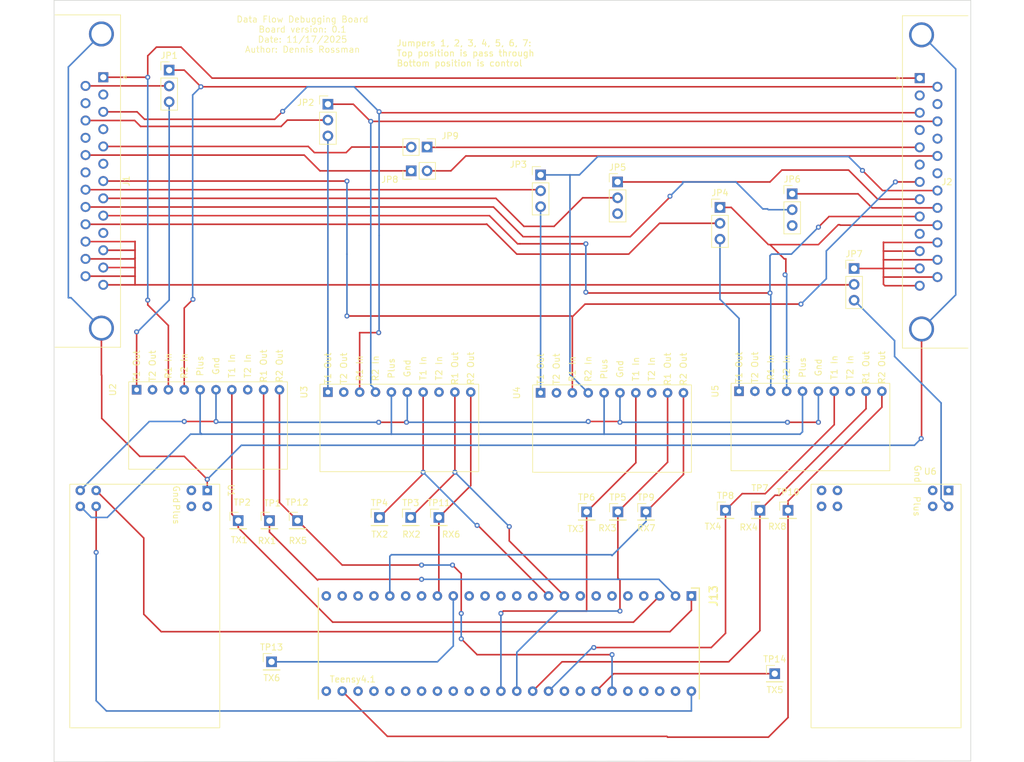
<source format=kicad_pcb>
(kicad_pcb (version 20240108) (generator "pcbnew") (generator_version "8.0")
  (title_block (title "DataFlow2.0") (date "2024-11-10") (rev "Rev0.1") (company "Innovion") (comment 1 "Second attempt at making a PCB") (comment 4 "Author: Dennis Rossman"))
  (layers (0 "F.Cu" signal) (31 "B.Cu" signal) (34 "B.Paste" user) (35 "F.Paste" user) (36 "B.SilkS" user "B.Silkscreen") (37 "F.SilkS" user "F.Silkscreen") (38 "B.Mask" user) (39 "F.Mask" user) (44 "Edge.Cuts" user))
  (net 0 "")
  (net 1 "/RX1")
  (net 2 "Net-(J1-P23)")
  (net 3 "/TX1")
  (net 5 "/RX2")
  (net 6 "/TX2")
  (net 7 "/RX6")
  (net 8 "/RX5")
  (net 9 "Net-(U2-R1_In)")
  (net 10 "/TX5")
  (net 11 "/RX4")
  (net 12 "/TX4")
  (net 13 "/RX3")
  (net 14 "/TX3")
  (net 33 "Net-(J1-P16)")
  (net 47 "Net-(JP9-B)")
  (net 51 "Net-(U3-R1_In)")
  (net 52 "Net-(J1-P22)")
  (net 55 "Net-(JP5-C)")
  (net 56 "Net-(J1-P14)")
  (net 57 "GND")
  (net 58 "Net-(J1-P20)")
  (net 60 "Net-(J1-P18)")
  (net 61 "Net-(U4-R1_In)")
  (net 64 "Net-(U5-R1_In)")
  (net 65 "Net-(J1-P21)")
  (net 66 "Net-(J2-P23)")
  (net 68 "Net-(J2-P22)")
  (net 70 "Net-(JP5-A)")
  (net 71 "Net-(J2-P14)")
  (net 75 "Net-(JP9-A)")
  (net 77 "Net-(J2-P21)")
  (net 78 "Net-(J2-P18)")
  (net 79 "Net-(J2-P20)")
  (net 80 "Net-(J2-P16)")
  (net 81 "Net-(J13-Pad48)")
  (net 82 "Net-(U5-R2_Out)")
  (net 83 "Net-(J13-Pad16)")
  (net 84 "Net-(J13-Pad1)")
  (net 85 "Net-(U4-R2_Out)")
  (net 86 "Net-(JP1-B)")
  (net 87 "Net-(JP2-B)")
  (net 88 "Net-(JP3-B)")
  (net 89 "Net-(JP4-B)")
  (net 92 "Net-(JP7-B)")
  (net 95 "Net-(U2-3-5.5V)")
  (net 97 "Net-(U2-GND)")
  (footprint "Connector_PinHeader_2.54mm:PinHeader_1x03_P2.54mm_Vertical" (layer "F.Cu") (at 111.379 42.164)
    (property "Reference" "JP5")
    (property "Value" "Jumper_3_Bridged12" (hide yes))
  )
  (footprint "Connector_PinHeader_2.54mm:PinHeader_1x01_P2.54mm_Vertical" (layer "F.Cu") (at 115.926 94.996)
    (property "Reference" "TP9")
    (property "Value" "RX7")
  )
  (footprint "Misc:PowerPal" (layer "F.Cu") (at 164.338 91.567 -90)
    (property "Reference" "U6")
    (property "Value" "Power")
  )
  (footprint "Connector_PinHeader_2.54mm:PinHeader_1x03_P2.54mm_Vertical" (layer "F.Cu") (at 39.624 24.257)
    (property "Reference" "JP1")
    (property "Value" "Jumper3" (hide yes))
  )
  (footprint "Connector_PinHeader_2.54mm:PinHeader_1x01_P2.54mm_Vertical" (layer "F.Cu") (at 138.651 94.742)
    (property "Reference" "TP10")
    (property "Value" "RX8")
  )
  (footprint "Misc:Max3232" (layer "F.Cu") (at 99.06 75.931 90)
    (property "Reference" "U4")
    (property "Value" "~")
  )
  (footprint "Connector_PinHeader_2.54mm:PinHeader_1x03_P2.54mm_Vertical" (layer "F.Cu") (at 127.762 46.243)
    (property "Reference" "JP4")
    (property "Value" "Jumper3" (hide yes))
  )
  (footprint "Connector_PinHeader_2.54mm:PinHeader_1x01_P2.54mm_Vertical" (layer "F.Cu") (at 50.673 96.393)
    (property "Reference" "TP2")
    (property "Value" "TX1")
  )
  (footprint "Connector_Dsub:DSUB-25_Male_Horizontal_P2.77x2.84mm_EdgePinOffset4.94mm_Housed_MountingHolesOffset7.48mm" (layer "F.Cu") (at 29.083 25.4 -90)
    (property "Reference" "J1")
    (property "Value" "DB25_Plug_MountingHoles_Male")
  )
  (footprint "Connector_Dsub:DSUB-25_Female_Horizontal_P2.77x2.84mm_EdgePinOffset4.94mm_Housed_MountingHolesOffset7.48mm" (layer "F.Cu") (at 159.72 25.539 90)
    (property "Reference" "J2")
    (property "Value" "DB25_Receptacle_MountingHoles_Female")
  )
  (footprint "Connector_PinHeader_2.54mm:PinHeader_1x01_P2.54mm_Vertical" (layer "F.Cu") (at 55.673 96.393)
    (property "Reference" "TP1")
    (property "Value" "RX1")
  )
  (footprint "Connector_PinHeader_2.54mm:PinHeader_1x01_P2.54mm_Vertical" (layer "F.Cu") (at 78.279 95.885)
    (property "Reference" "TP3")
    (property "Value" "RX2")
  )
  (footprint "Misc:PowerPal" (layer "F.Cu") (at 45.72 91.567 -90)
    (property "Reference" "U1")
    (property "Value" "Power")
  )
  (footprint "Connector_PinHeader_2.54mm:PinHeader_1x01_P2.54mm_Vertical" (layer "F.Cu") (at 82.779 95.885)
    (property "Reference" "TP11")
    (property "Value" "RX6")
  )
  (footprint "110-43-648-41-001000:DIPS1524W51P254L6096H419Q48N" (layer "F.Cu") (at 123.19 108.458 -90)
    (property "Reference" "J13")
    (property "Value" "110-43-648-41-001000" (hide yes))
  )
  (footprint "Connector_PinHeader_2.54mm:PinHeader_1x01_P2.54mm_Vertical" (layer "F.Cu") (at 136.525 120.904)
    (property "Reference" "TP14")
    (property "Value" "TX5")
  )
  (footprint "Misc:Max3232" (layer "F.Cu") (at 34.417 75.438 90)
    (property "Reference" "U2")
    (property "Value" "~")
  )
  (footprint "Connector_PinHeader_2.54mm:PinHeader_1x01_P2.54mm_Vertical" (layer "F.Cu") (at 111.426 94.996)
    (property "Reference" "TP5")
    (property "Value" "RX3")
  )
  (footprint "Connector_PinHeader_2.54mm:PinHeader_1x02_P2.54mm_Vertical" (layer "F.Cu") (at 80.899 36.576 -90)
    (property "Reference" "JP9")
    (property "Value" "Jumper_2_Bridged" (hide yes))
  )
  (footprint "Misc:Max3232" (layer "F.Cu") (at 130.81 75.677 90)
    (property "Reference" "U5")
    (property "Value" "~")
  )
  (footprint "Connector_PinHeader_2.54mm:PinHeader_1x03_P2.54mm_Vertical" (layer "F.Cu") (at 65.024 29.718)
    (property "Reference" "JP2")
    (property "Value" "Jumper_3_Bridged12" (hide yes))
  )
  (footprint "Connector_PinHeader_2.54mm:PinHeader_1x01_P2.54mm_Vertical" (layer "F.Cu") (at 60.173 96.393)
    (property "Reference" "TP12")
    (property "Value" "RX5")
  )
  (footprint "Connector_PinHeader_2.54mm:PinHeader_1x01_P2.54mm_Vertical" (layer "F.Cu") (at 134.151 94.742)
    (property "Reference" "TP7")
    (property "Value" "RX4")
  )
  (footprint "Connector_PinHeader_2.54mm:PinHeader_1x01_P2.54mm_Vertical" (layer "F.Cu") (at 56.007 118.999)
    (property "Reference" "TP13")
    (property "Value" "TX6")
  )
  (footprint "Connector_PinHeader_2.54mm:PinHeader_1x02_P2.54mm_Vertical" (layer "F.Cu") (at 78.359 40.386 90)
    (property "Reference" "JP8")
    (property "Value" "Jumper_2_Bridged" (hide yes))
  )
  (footprint "Connector_PinHeader_2.54mm:PinHeader_1x01_P2.54mm_Vertical" (layer "F.Cu") (at 128.651 94.742)
    (property "Reference" "TP8")
    (property "Value" "TX4")
  )
  (footprint "Connector_PinHeader_2.54mm:PinHeader_1x03_P2.54mm_Vertical" (layer "F.Cu") (at 139.319 44.069)
    (property "Reference" "JP6")
    (property "Value" "Jumper_3_Bridged12" (hide yes))
  )
  (footprint "Misc:Max3232" (layer "F.Cu") (at 65.024 75.819 90)
    (property "Reference" "U3")
    (property "Value" "~")
  )
  (footprint "Connector_PinHeader_2.54mm:PinHeader_1x03_P2.54mm_Vertical" (layer "F.Cu") (at 149.225 56.022)
    (property "Reference" "JP7")
    (property "Value" "Jumper_3_Bridged12" (hide yes))
  )
  (footprint "Connector_PinHeader_2.54mm:PinHeader_1x01_P2.54mm_Vertical" (layer "F.Cu") (at 73.279 95.885)
    (property "Reference" "TP4")
    (property "Value" "TX2")
  )
  (footprint "Connector_PinHeader_2.54mm:PinHeader_1x03_P2.54mm_Vertical" (layer "F.Cu") (at 99.06 41.036)
    (property "Reference" "JP3")
    (property "Value" "Jumper3" (hide yes))
  )
  (footprint "Connector_PinHeader_2.54mm:PinHeader_1x01_P2.54mm_Vertical" (layer "F.Cu") (at 106.426 94.996)
    (property "Reference" "TP6")
    (property "Value" "TX3")
  )
  (gr_line (start 21.209 135.001) (end 167.894 134.874) (stroke (width 0.1)) (layer "Edge.Cuts"))
  (gr_line (start 21.209 13.081) (end 167.894 13.081) (stroke (width 0.1)) (layer "Edge.Cuts"))
  (gr_line (start 21.209 13.081) (end 21.209 135.001) (stroke (width 0.1)) (layer "Edge.Cuts"))
  (gr_line (start 167.894 13.081) (end 167.894 134.874) (stroke (width 0.1)) (layer "Edge.Cuts"))
  (gr_text "RX7" (at 114.427 98.171 0) (layer "F.SilkS") (effects (font (size 1 1)) (justify left bottom)))
  (gr_text "RX3" (at 108.204 98.171 0) (layer "F.SilkS") (effects (font (size 1 1)) (justify left bottom)))
  (gr_text "TX6" (at 54.61 122.174 0) (layer "F.SilkS") (effects (font (size 1 1)) (justify left bottom)))
  (gr_text "RX8" (at 135.382 97.917 0) (layer "F.SilkS") (effects (font (size 1 1)) (justify left bottom)))
  (gr_text "TX1" (at 49.403 100.076 0) (layer "F.SilkS") (effects (font (size 1 1)) (justify left bottom)))
  (gr_text "Teensy4.1" (at 69 121.793 0) (layer "F.SilkS") (effects (font (size 1 1))))
  (gr_text "TX3" (at 103.251 98.298 0) (layer "F.SilkS") (effects (font (size 1 1)) (justify left bottom)))
  (gr_text "Data Flow Debugging Board\nBoard version: 0.1\nDate: 11/17/2025\nAuthor: Dennis Rossman" (at 60.96 18.542 0) (layer "F.SilkS") (effects (font (size 1 1) (thickness 0.125))))
  (gr_text "RX2" (at 76.835 99.187 0) (layer "F.SilkS") (effects (font (size 1 1)) (justify left bottom)))
  (gr_text "TX5" (at 135.128 124.079 0) (layer "F.SilkS") (effects (font (size 1 1)) (justify left bottom)))
  (gr_text "RX4" (at 130.81 98.044 0) (layer "F.SilkS") (effects (font (size 1 1)) (justify left bottom)))
  (gr_text "RX5" (at 58.674 100.203 0) (layer "F.SilkS") (effects (font (size 1 1)) (justify left bottom)))
  (gr_text "RX1" (at 53.721 100.203 0) (layer "F.SilkS") (effects (font (size 1 1)) (justify left bottom)))
  (gr_text "Jumpers 1, 2, 3, 4, 5, 6, 7:\nTop position is pass through\nBottom position is control" (at 75.946 23.749 0) (layer "F.SilkS") (effects (font (size 1 1)) (justify left bottom)))
  (gr_text "TX2" (at 71.882 99.187 0) (layer "F.SilkS") (effects (font (size 1 1)) (justify left bottom)))
  (gr_text "TX4" (at 125.222 97.917 0) (layer "F.SilkS") (effects (font (size 1 1)) (justify left bottom)))
  (gr_text "RX6" (at 83.185 99.187 0) (layer "F.SilkS") (effects (font (size 1 1)) (justify left bottom)))
  (segment (start 63.5 105.791) (end 63.373 105.918) (width 0.254) (layer "F.Cu") (net 1))
  (segment (start 55.673 96.393) (end 55.673 98.218) (width 0.254) (layer "F.Cu") (net 1))
  (segment (start 54.737 75.438) (end 54.737 95.457) (width 0.254) (layer "F.Cu") (net 1))
  (segment (start 54.737 95.457) (end 55.673 96.393) (width 0.254) (layer "F.Cu") (net 1))
  (segment (start 80.01 105.791) (end 63.5 105.791) (width 0.254) (layer "F.Cu") (net 1))
  (segment (start 55.673 98.218) (end 63.373 105.918) (width 0.254) (layer "F.Cu") (net 1))
  (via (at 80.01 105.791) (size 0.8) (drill 0.4) (layers "F.Cu" "B.Cu") (net 1))
  (segment (start 117.983 105.791) (end 120.65 108.458) (width 0.254) (layer "B.Cu") (net 1))
  (segment (start 80.01 105.791) (end 117.983 105.791) (width 0.254) (layer "B.Cu") (net 1))
  (segment (start 34.141 57.255) (end 34.163 57.277) (width 0.254) (layer "F.Cu") (net 2))
  (segment (start 29.083 53.1) (end 34.149 53.1) (width 0.254) (layer "F.Cu") (net 2))
  (segment (start 149.147 58.64) (end 149.225 58.562) (width 0.254) (layer "F.Cu") (net 2))
  (segment (start 29.083 55.87) (end 34.153 55.87) (width 0.254) (layer "F.Cu") (net 2))
  (segment (start 34.153 55.87) (end 34.163 55.88) (width 0.254) (layer "F.Cu") (net 2))
  (segment (start 34.149 53.1) (end 34.163 53.086) (width 0.254) (layer "F.Cu") (net 2))
  (segment (start 34.163 58.64) (end 149.147 58.64) (width 0.254) (layer "F.Cu") (net 2))
  (segment (start 34.163 55.88) (end 34.163 57.277) (width 0.254) (layer "F.Cu") (net 2))
  (segment (start 29.083 58.64) (end 34.163 58.64) (width 0.254) (layer "F.Cu") (net 2))
  (segment (start 34.163 51.689) (end 34.163 53.086) (width 0.254) (layer "F.Cu") (net 2))
  (segment (start 34.137 51.715) (end 34.163 51.689) (width 0.254) (layer "F.Cu") (net 2))
  (segment (start 34.163 54.356) (end 34.163 55.88) (width 0.254) (layer "F.Cu") (net 2))
  (segment (start 26.243 57.255) (end 34.141 57.255) (width 0.254) (layer "F.Cu") (net 2))
  (segment (start 26.243 54.485) (end 34.034 54.485) (width 0.254) (layer "F.Cu") (net 2))
  (segment (start 34.163 57.277) (end 34.163 58.64) (width 0.254) (layer "F.Cu") (net 2))
  (segment (start 34.163 53.086) (end 34.163 54.356) (width 0.254) (layer "F.Cu") (net 2))
  (segment (start 34.034 54.485) (end 34.163 54.356) (width 0.254) (layer "F.Cu") (net 2))
  (segment (start 26.243 51.715) (end 34.137 51.715) (width 0.254) (layer "F.Cu") (net 2))
  (segment (start 49.657 95.377) (end 50.673 96.393) (width 0.254) (layer "F.Cu") (net 3))
  (segment (start 49.657 75.438) (end 49.657 95.377) (width 0.254) (layer "F.Cu") (net 3))
  (segment (start 50.673 96.393) (end 50.673 97.536) (width 0.254) (layer "F.Cu") (net 3))
  (segment (start 50.673 97.536) (end 65.786 112.649) (width 0.254) (layer "F.Cu") (net 3))
  (segment (start 113.919 112.649) (end 118.11 108.458) (width 0.254) (layer "F.Cu") (net 3))
  (segment (start 65.786 112.649) (end 113.919 112.649) (width 0.254) (layer "F.Cu") (net 3))
  (segment (start 85.344 88.82) (end 78.279 95.885) (width 0.254) (layer "F.Cu") (net 5))
  (segment (start 94.0435 99.6315) (end 102.87 108.458) (width 0.254) (layer "F.Cu") (net 5))
  (segment (start 85.344 75.819) (end 85.344 88.646) (width 0.254) (layer "F.Cu") (net 5))
  (segment (start 94.0435 97.3455) (end 94.0435 99.6315) (width 0.254) (layer "F.Cu") (net 5))
  (segment (start 85.344 88.646) (end 85.344 88.82) (width 0.254) (layer "F.Cu") (net 5))
  (via (at 94.0435 97.3455) (size 0.8) (drill 0.4) (layers "F.Cu" "B.Cu") (net 5))
  (via (at 85.344 88.646) (size 0.8) (drill 0.4) (layers "F.Cu" "B.Cu") (net 5))
  (segment (start 85.344 88.646) (end 94.0435 97.3455) (width 0.254) (layer "B.Cu") (net 5))
  (segment (start 94.0435 97.3455) (end 94.107 97.409) (width 0.254) (layer "B.Cu") (net 5))
  (segment (start 88.9 97.155) (end 89.027 97.155) (width 0.254) (layer "F.Cu") (net 6))
  (segment (start 80.264 88.646) (end 80.264 88.9) (width 0.254) (layer "F.Cu") (net 6))
  (segment (start 80.264 88.9) (end 73.279 95.885) (width 0.254) (layer "F.Cu") (net 6))
  (segment (start 89.027 97.155) (end 100.33 108.458) (width 0.254) (layer "F.Cu") (net 6))
  (segment (start 80.264 75.819) (end 80.264 88.646) (width 0.254) (layer "F.Cu") (net 6))
  (via (at 88.9 97.155) (size 0.8) (drill 0.4) (layers "F.Cu" "B.Cu") (net 6))
  (via (at 80.264 88.646) (size 0.8) (drill 0.4) (layers "F.Cu" "B.Cu") (net 6))
  (segment (start 88.773 97.155) (end 88.9 97.155) (width 0.254) (layer "B.Cu") (net 6))
  (segment (start 80.264 88.646) (end 88.773 97.155) (width 0.254) (layer "B.Cu") (net 6))
  (segment (start 87.884 90.78) (end 82.779 95.885) (width 0.254) (layer "F.Cu") (net 7))
  (segment (start 82.779 108.229) (end 82.55 108.458) (width 0.254) (layer "F.Cu") (net 7))
  (segment (start 87.884 75.819) (end 87.884 90.78) (width 0.254) (layer "F.Cu") (net 7))
  (segment (start 82.779 95.885) (end 82.779 108.229) (width 0.254) (layer "F.Cu") (net 7))
  (segment (start 57.277 93.497) (end 60.173 96.393) (width 0.254) (layer "F.Cu") (net 8))
  (segment (start 86.36 115.316) (end 88.9 117.856) (width 0.254) (layer "F.Cu") (net 8))
  (segment (start 60.173 96.393) (end 60.198 96.393) (width 0.254) (layer "F.Cu") (net 8))
  (segment (start 57.277 75.438) (end 57.277 93.497) (width 0.254) (layer "F.Cu") (net 8))
  (segment (start 67.31 103.505) (end 80.01 103.505) (width 0.254) (layer "F.Cu") (net 8))
  (segment (start 86.36 109.728) (end 86.36 111.252) (width 0.254) (layer "F.Cu") (net 8))
  (segment (start 60.198 96.393) (end 67.31 103.505) (width 0.254) (layer "F.Cu") (net 8))
  (segment (start 86.36 104.902) (end 86.36 109.728) (width 0.254) (layer "F.Cu") (net 8))
  (segment (start 84.963 103.505) (end 86.36 104.902) (width 0.254) (layer "F.Cu") (net 8))
  (segment (start 110.49 117.856) (end 88.9 117.856) (width 0.254) (layer "F.Cu") (net 8))
  (via (at 86.36 111.252) (size 0.8) (drill 0.4) (layers "F.Cu" "B.Cu") (net 8))
  (via (at 110.49 117.856) (size 0.8) (drill 0.4) (layers "F.Cu" "B.Cu") (net 8))
  (via (at 80.01 103.505) (size 0.8) (drill 0.4) (layers "F.Cu" "B.Cu") (net 8))
  (via (at 86.36 115.316) (size 0.8) (drill 0.4) (layers "F.Cu" "B.Cu") (net 8))
  (via (at 84.963 103.505) (size 0.8) (drill 0.4) (layers "F.Cu" "B.Cu") (net 8))
  (segment (start 86.36 111.252) (end 86.36 115.316) (width 0.254) (layer "B.Cu") (net 8))
  (segment (start 80.01 103.505) (end 84.963 103.505) (width 0.254) (layer "B.Cu") (net 8))
  (segment (start 110.49 123.698) (end 110.49 117.856) (width 0.254) (layer "B.Cu") (net 8))
  (segment (start 110.49 117.856) (end 110.49 117.729) (width 0.254) (layer "B.Cu") (net 8))
  (segment (start 39.497 65.151) (end 39.497 75.438) (width 0.254) (layer "F.Cu") (net 9))
  (segment (start 159.72 25.539) (end 46.494 25.539) (width 0.254) (layer "F.Cu") (net 9))
  (segment (start 37.592 20.574) (end 36.195 21.971) (width 0.254) (layer "F.Cu") (net 9))
  (segment (start 36.195 25.4) (end 29.083 25.4) (width 0.254) (layer "F.Cu") (net 9))
  (segment (start 36.195 21.971) (end 36.195 25.4) (width 0.254) (layer "F.Cu") (net 9))
  (segment (start 36.195 61.849) (end 39.497 65.151) (width 0.254) (layer "F.Cu") (net 9))
  (segment (start 46.494 25.539) (end 41.529 20.574) (width 0.254) (layer "F.Cu") (net 9))
  (segment (start 41.529 20.574) (end 37.592 20.574) (width 0.254) (layer "F.Cu") (net 9))
  (segment (start 36.195 61.087) (end 36.195 61.849) (width 0.254) (layer "F.Cu") (net 9))
  (via (at 36.195 61.087) (size 0.8) (drill 0.4) (layers "F.Cu" "B.Cu") (net 9))
  (via (at 36.195 25.4) (size 0.8) (drill 0.4) (layers "F.Cu" "B.Cu") (net 9))
  (segment (start 36.195 25.4) (end 36.195 61.087) (width 0.254) (layer "B.Cu") (net 9))
  (segment (start 110.744 120.904) (end 107.95 123.698) (width 0.254) (layer "F.Cu") (net 10))
  (segment (start 136.525 120.904) (end 110.744 120.904) (width 0.254) (layer "F.Cu") (net 10))
  (segment (start 129.159 118.999) (end 134.151 114.007) (width 0.254) (layer "F.Cu") (net 11))
  (segment (start 137.287 92.329) (end 136.564 92.329) (width 0.254) (layer "F.Cu") (net 11))
  (segment (start 102.489 118.999) (end 129.159 118.999) (width 0.254) (layer "F.Cu") (net 11))
  (segment (start 151.13 75.677) (end 151.13 78.486) (width 0.254) (layer "F.Cu") (net 11))
  (segment (start 136.564 92.329) (end 134.151 94.742) (width 0.254) (layer "F.Cu") (net 11))
  (segment (start 97.79 123.698) (end 102.489 118.999) (width 0.254) (layer "F.Cu") (net 11))
  (segment (start 134.151 114.007) (end 134.151 94.742) (width 0.254) (layer "F.Cu") (net 11))
  (segment (start 151.13 78.486) (end 137.287 92.329) (width 0.254) (layer "F.Cu") (net 11))
  (segment (start 128.651 114.427) (end 128.651 94.742) (width 0.254) (layer "F.Cu") (net 12))
  (segment (start 146.05 81.026) (end 135.001 92.075) (width 0.254) (layer "F.Cu") (net 12))
  (segment (start 107.569 116.713) (end 126.365 116.713) (width 0.254) (layer "F.Cu") (net 12))
  (segment (start 135.001 92.075) (end 131.318 92.075) (width 0.254) (layer "F.Cu") (net 12))
  (segment (start 131.318 92.075) (end 128.651 94.742) (width 0.254) (layer "F.Cu") (net 12))
  (segment (start 146.05 75.677) (end 146.05 81.026) (width 0.254) (layer "F.Cu") (net 12))
  (segment (start 126.365 116.713) (end 128.651 114.427) (width 0.254) (layer "F.Cu") (net 12))
  (via (at 107.569 116.713) (size 0.8) (drill 0.4) (layers "F.Cu" "B.Cu") (net 12))
  (segment (start 107.569 116.713) (end 107.315 116.713) (width 0.254) (layer "B.Cu") (net 12))
  (segment (start 107.315 116.713) (end 100.33 123.698) (width 0.254) (layer "B.Cu") (net 12))
  (segment (start 111.76 105.918) (end 111.76 110.871) (width 0.254) (layer "F.Cu") (net 13))
  (segment (start 111.426 94.996) (end 111.426 105.584) (width 0.254) (layer "F.Cu") (net 13))
  (segment (start 111.426 105.584) (end 111.76 105.918) (width 0.254) (layer "F.Cu") (net 13))
  (segment (start 119.38 75.931) (end 119.38 87.042) (width 0.254) (layer "F.Cu") (net 13))
  (segment (start 119.38 87.042) (end 111.426 94.996) (width 0.254) (layer "F.Cu") (net 13))
  (via (at 111.76 110.871) (size 0.8) (drill 0.4) (layers "F.Cu" "B.Cu") (net 13))
  (segment (start 95.25 123.698) (end 95.25 117.475) (width 0.254) (layer "B.Cu") (net 13))
  (segment (start 95.25 117.475) (end 101.854 110.871) (width 0.254) (layer "B.Cu") (net 13))
  (segment (start 101.854 110.871) (end 111.76 110.871) (width 0.254) (layer "B.Cu") (net 13))
  (segment (start 106.426 110.871) (end 93.091 110.871) (width 0.254) (layer "F.Cu") (net 14))
  (segment (start 114.3 87.122) (end 106.426 94.996) (width 0.254) (layer "F.Cu") (net 14))
  (segment (start 93.091 110.871) (end 92.71 111.252) (width 0.254) (layer "F.Cu") (net 14))
  (segment (start 114.3 75.931) (end 114.3 87.122) (width 0.254) (layer "F.Cu") (net 14))
  (segment (start 106.426 94.996) (end 106.426 110.871) (width 0.254) (layer "F.Cu") (net 14))
  (via (at 92.71 111.252) (size 0.8) (drill 0.4) (layers "F.Cu" "B.Cu") (net 14))
  (segment (start 92.71 111.252) (end 92.71 111.125) (width 0.254) (layer "B.Cu") (net 14))
  (segment (start 92.71 123.698) (end 92.71 111.252) (width 0.254) (layer "B.Cu") (net 14))
  (segment (start 64.957 32.325) (end 65.024 32.258) (width 0.254) (layer "F.Cu") (net 33))
  (segment (start 34.103 32.325) (end 35.052 33.274) (width 0.254) (layer "F.Cu") (net 33))
  (segment (start 57.531 33.274) (end 58.547 32.258) (width 0.254) (layer "F.Cu") (net 33))
  (segment (start 35.052 33.274) (end 57.531 33.274) (width 0.254) (layer "F.Cu") (net 33))
  (segment (start 26.243 32.325) (end 34.103 32.325) (width 0.254) (layer "F.Cu") (net 33))
  (segment (start 58.547 32.258) (end 65.024 32.258) (width 0.254) (layer "F.Cu") (net 33))
  (segment (start 29.083 36.48) (end 61.88 36.48) (width 0.254) (layer "F.Cu") (net 47))
  (segment (start 67.945 37.465) (end 68.834 36.576) (width 0.254) (layer "F.Cu") (net 47))
  (segment (start 61.88 36.48) (end 62.865 37.465) (width 0.254) (layer "F.Cu") (net 47))
  (segment (start 68.834 36.576) (end 78.359 36.576) (width 0.254) (layer "F.Cu") (net 47))
  (segment (start 62.865 37.465) (end 67.945 37.465) (width 0.254) (layer "F.Cu") (net 47))
  (segment (start 57.785 30.861) (end 56.515 32.131) (width 0.254) (layer "F.Cu") (net 51))
  (segment (start 70.104 75.819) (end 70.104 66.294) (width 0.254) (layer "F.Cu") (net 51))
  (segment (start 35.687 32.131) (end 34.496 30.94) (width 0.254) (layer "F.Cu") (net 51))
  (segment (start 34.496 30.94) (end 29.083 30.94) (width 0.254) (layer "F.Cu") (net 51))
  (segment (start 70.104 66.294) (end 73.152 66.294) (width 0.254) (layer "F.Cu") (net 51))
  (segment (start 159.72 31.079) (end 73.37 31.079) (width 0.254) (layer "F.Cu") (net 51))
  (segment (start 73.37 31.079) (end 73.2155 30.9245) (width 0.254) (layer "F.Cu") (net 51))
  (segment (start 56.515 32.131) (end 35.687 32.131) (width 0.254) (layer "F.Cu") (net 51))
  (segment (start 73.2155 30.9245) (end 73.152 30.861) (width 0.254) (layer "F.Cu") (net 51))
  (via (at 73.152 66.294) (size 0.8) (drill 0.4) (layers "F.Cu" "B.Cu") (net 51))
  (via (at 73.2155 30.9245) (size 0.8) (drill 0.4) (layers "F.Cu" "B.Cu") (net 51))
  (via (at 57.785 30.861) (size 0.8) (drill 0.4) (layers "F.Cu" "B.Cu") (net 51))
  (segment (start 73.2155 30.9245) (end 73.2155 50.7365) (width 0.254) (layer "B.Cu") (net 51))
  (segment (start 73.2155 50.7365) (end 73.2155 66.2305) (width 0.254) (layer "B.Cu") (net 51))
  (segment (start 73.2155 30.9245) (end 69.215 26.924) (width 0.254) (layer "B.Cu") (net 51))
  (segment (start 61.722 26.924) (end 57.785 30.861) (width 0.254) (layer "B.Cu") (net 51))
  (segment (start 69.215 26.924) (end 61.722 26.924) (width 0.254) (layer "B.Cu") (net 51))
  (segment (start 73.2155 66.2305) (end 73.152 66.294) (width 0.254) (layer "B.Cu") (net 51))
  (segment (start 26.243 48.945) (end 90.374 48.945) (width 0.254) (layer "F.Cu") (net 52))
  (segment (start 90.424 48.895) (end 95.25 53.721) (width 0.254) (layer "F.Cu") (net 52))
  (segment (start 95.25 53.721) (end 113.157 53.721) (width 0.254) (layer "F.Cu") (net 52))
  (segment (start 90.374 48.945) (end 90.424 48.895) (width 0.254) (layer "F.Cu") (net 52))
  (segment (start 113.157 53.721) (end 118.095 48.783) (width 0.254) (layer "F.Cu") (net 52))
  (segment (start 118.095 48.783) (end 127.762 48.783) (width 0.254) (layer "F.Cu") (net 52))
  (segment (start 96.393 49.276) (end 101.219 49.276) (width 0.254) (layer "F.Cu") (net 55))
  (segment (start 105.791 44.704) (end 111.379 44.704) (width 0.254) (layer "F.Cu") (net 55))
  (segment (start 29.083 44.79) (end 91.907 44.79) (width 0.254) (layer "F.Cu") (net 55))
  (segment (start 101.219 49.276) (end 105.791 44.704) (width 0.254) (layer "F.Cu") (net 55))
  (segment (start 91.907 44.79) (end 96.393 49.276) (width 0.254) (layer "F.Cu") (net 55))
  (segment (start 26.243 26.785) (end 39.612 26.785) (width 0.254) (layer "F.Cu") (net 56))
  (segment (start 39.612 26.785) (end 39.624 26.797) (width 0.254) (layer "F.Cu") (net 56))
  (segment (start 160.02 83.185) (end 159.9565 83.2485) (width 0.254) (layer "F.Cu") (net 57))
  (segment (start 28.829 80.01) (end 34.925 86.106) (width 0.254) (layer "F.Cu") (net 57))
  (segment (start 28.783 65.57) (end 28.783 73.077737) (width 0.254) (layer "F.Cu") (net 57))
  (segment (start 28.829 73.123737) (end 28.829 80.01) (width 0.254) (layer "F.Cu") (net 57))
  (segment (start 45.72 89.789) (end 45.72 91.567) (width 0.254) (layer "F.Cu") (net 57))
  (segment (start 160.02 65.709) (end 160.02 83.185) (width 0.254) (layer "F.Cu") (net 57))
  (segment (start 42.037 86.106) (end 45.72 89.789) (width 0.254) (layer "F.Cu") (net 57))
  (segment (start 34.925 86.106) (end 42.037 86.106) (width 0.254) (layer "F.Cu") (net 57))
  (segment (start 28.783 73.077737) (end 28.829 73.123737) (width 0.254) (layer "F.Cu") (net 57))
  (via (at 159.9565 83.2485) (size 0.8) (drill 0.4) (layers "F.Cu" "B.Cu") (net 57))
  (via (at 45.72 89.789) (size 0.8) (drill 0.4) (layers "F.Cu" "B.Cu") (net 57))
  (segment (start 28.783 18.47) (end 23.495 23.758) (width 0.254) (layer "B.Cu") (net 57))
  (segment (start 160.02 18.609) (end 165.481 24.07) (width 0.254) (layer "B.Cu") (net 57))
  (segment (start 23.495 23.758) (end 23.495 60.706) (width 0.254) (layer "B.Cu") (net 57))
  (segment (start 23.919 60.706) (end 28.783 65.57) (width 0.254) (layer "B.Cu") (net 57))
  (segment (start 165.481 60.248) (end 160.02 65.709) (width 0.254) (layer "B.Cu") (net 57))
  (segment (start 51.181 84.328) (end 55.499 84.328) (width 0.254) (layer "B.Cu") (net 57))
  (segment (start 165.481 24.07) (end 165.481 60.248) (width 0.254) (layer "B.Cu") (net 57))
  (segment (start 55.499 84.328) (end 158.877 84.328) (width 0.254) (layer "B.Cu") (net 57))
  (segment (start 23.495 60.706) (end 23.919 60.706) (width 0.254) (layer "B.Cu") (net 57))
  (segment (start 45.72 89.789) (end 51.181 84.328) (width 0.254) (layer "B.Cu") (net 57))
  (segment (start 158.877 84.328) (end 159.9565 83.2485) (width 0.254) (layer "B.Cu") (net 57))
  (segment (start 26.243 43.405) (end 98.889 43.405) (width 0.254) (layer "F.Cu") (net 58))
  (segment (start 98.889 43.405) (end 99.06 43.576) (width 0.254) (layer "F.Cu") (net 58))
  (segment (start 26.243 37.865) (end 61.233 37.865) (width 0.254) (layer "F.Cu") (net 60))
  (segment (start 61.233 37.865) (end 63.754 40.386) (width 0.254) (layer "F.Cu") (net 60))
  (segment (start 63.754 40.386) (end 78.359 40.386) (width 0.254) (layer "F.Cu") (net 60))
  (segment (start 68.055 42.02) (end 68.072 42.037) (width 0.254) (layer "F.Cu") (net 61))
  (segment (start 155.834 42.159) (end 155.829 42.164) (width 0.254) (layer "F.Cu") (net 61))
  (segment (start 159.72 42.159) (end 155.834 42.159) (width 0.254) (layer "F.Cu") (net 61))
  (segment (start 68.072 63.627) (end 104.013 63.627) (width 0.254) (layer "F.Cu") (net 61))
  (segment (start 106.172 61.722) (end 140.716 61.722) (width 0.254) (layer "F.Cu") (net 61))
  (segment (start 104.14 63.754) (end 106.172 61.722) (width 0.254) (layer "F.Cu") (net 61))
  (segment (start 104.14 75.931) (end 104.14 63.754) (width 0.254) (layer "F.Cu") (net 61))
  (segment (start 29.083 42.02) (end 68.055 42.02) (width 0.254) (layer "F.Cu") (net 61))
  (segment (start 104.013 63.627) (end 104.14 63.754) (width 0.254) (layer "F.Cu") (net 61))
  (via (at 68.072 63.627) (size 0.8) (drill 0.4) (layers "F.Cu" "B.Cu") (net 61))
  (via (at 155.829 42.164) (size 0.8) (drill 0.4) (layers "F.Cu" "B.Cu") (net 61))
  (via (at 140.716 61.722) (size 0.8) (drill 0.4) (layers "F.Cu" "B.Cu") (net 61))
  (via (at 68.072 42.037) (size 0.8) (drill 0.4) (layers "F.Cu" "B.Cu") (net 61))
  (segment (start 68.072 63.627) (end 68.199 63.754) (width 0.254) (layer "B.Cu") (net 61))
  (segment (start 144.78 53.213) (end 155.829 42.164) (width 0.254) (layer "B.Cu") (net 61))
  (segment (start 68.072 42.037) (end 68.072 53.721) (width 0.254) (layer "B.Cu") (net 61))
  (segment (start 144.78 57.658) (end 144.78 53.213) (width 0.254) (layer "B.Cu") (net 61))
  (segment (start 68.072 53.721) (end 68.072 63.627) (width 0.254) (layer "B.Cu") (net 61))
  (segment (start 140.716 61.722) (end 144.78 57.658) (width 0.254) (layer "B.Cu") (net 61))
  (segment (start 135.763 59.944) (end 106.426 59.944) (width 0.254) (layer "F.Cu") (net 64))
  (segment (start 95.758 52.07) (end 106.299 52.07) (width 0.254) (layer "F.Cu") (net 64))
  (segment (start 29.083 47.56) (end 90.867 47.56) (width 0.254) (layer "F.Cu") (net 64))
  (segment (start 159.72 47.699) (end 145.214 47.699) (width 0.254) (layer "F.Cu") (net 64))
  (segment (start 94.361 51.054) (end 95.377 52.07) (width 0.254) (layer "F.Cu") (net 64))
  (segment (start 145.214 47.699) (end 143.51 49.403) (width 0.254) (layer "F.Cu") (net 64))
  (segment (start 95.377 52.07) (end 95.758 52.07) (width 0.254) (layer "F.Cu") (net 64))
  (segment (start 90.867 47.56) (end 94.361 51.054) (width 0.254) (layer "F.Cu") (net 64))
  (segment (start 106.426 59.944) (end 106.299 59.817) (width 0.254) (layer "F.Cu") (net 64))
  (via (at 135.763 59.944) (size 0.8) (drill 0.4) (layers "F.Cu" "B.Cu") (net 64))
  (via (at 143.51 49.403) (size 0.8) (drill 0.4) (layers "F.Cu" "B.Cu") (net 64))
  (via (at 106.299 59.817) (size 0.8) (drill 0.4) (layers "F.Cu" "B.Cu") (net 64))
  (via (at 106.299 52.07) (size 0.8) (drill 0.4) (layers "F.Cu" "B.Cu") (net 64))
  (segment (start 143.51 49.403) (end 139.192 53.721) (width 0.254) (layer "B.Cu") (net 64))
  (segment (start 136.017 53.721) (end 135.763 53.975) (width 0.254) (layer "B.Cu") (net 64))
  (segment (start 135.763 59.944) (end 135.89 60.071) (width 0.254) (layer "B.Cu") (net 64))
  (segment (start 135.763 53.975) (end 135.763 59.944) (width 0.254) (layer "B.Cu") (net 64))
  (segment (start 135.89 60.071) (end 135.89 75.677) (width 0.254) (layer "B.Cu") (net 64))
  (segment (start 106.299 52.07) (end 106.299 59.817) (width 0.254) (layer "B.Cu") (net 64))
  (segment (start 139.192 53.721) (end 136.017 53.721) (width 0.254) (layer "B.Cu") (net 64))
  (segment (start 113.411 50.927) (end 113.665 50.673) (width 0.254) (layer "F.Cu") (net 65))
  (segment (start 91.514 46.175) (end 92.71 47.371) (width 0.254) (layer "F.Cu") (net 65))
  (segment (start 97.409 50.927) (end 113.411 50.927) (width 0.254) (layer "F.Cu") (net 65))
  (segment (start 96.266 50.927) (end 97.409 50.927) (width 0.254) (layer "F.Cu") (net 65))
  (segment (start 26.243 46.175) (end 91.514 46.175) (width 0.254) (layer "F.Cu") (net 65))
  (segment (start 92.71 47.371) (end 96.266 50.927) (width 0.254) (layer "F.Cu") (net 65))
  (segment (start 113.665 50.673) (end 119.761 44.577) (width 0.254) (layer "F.Cu") (net 65))
  (segment (start 119.761 44.577) (end 119.761 44.45) (width 0.254) (layer "F.Cu") (net 65))
  (via (at 119.761 44.45) (size 0.8) (drill 0.4) (layers "F.Cu" "B.Cu") (net 65))
  (segment (start 130.302 42.164) (end 134.62 46.482) (width 0.254) (layer "B.Cu") (net 65))
  (segment (start 135.382 46.482) (end 135.509 46.609) (width 0.254) (layer "B.Cu") (net 65))
  (segment (start 119.761 44.45) (end 121.793 42.418) (width 0.254) (layer "B.Cu") (net 65))
  (segment (start 121.793 42.164) (end 130.302 42.164) (width 0.254) (layer "B.Cu") (net 65))
  (segment (start 121.793 42.418) (end 121.793 42.164) (width 0.254) (layer "B.Cu") (net 65))
  (segment (start 134.62 46.482) (end 135.382 46.482) (width 0.254) (layer "B.Cu") (net 65))
  (segment (start 135.509 46.609) (end 139.319 46.609) (width 0.254) (layer "B.Cu") (net 65))
  (segment (start 153.934 57.394) (end 153.924 57.404) (width 0.254) (layer "F.Cu") (net 66))
  (segment (start 153.926 56.009) (end 153.924 56.007) (width 0.254) (layer "F.Cu") (net 66))
  (segment (start 153.924 53.213) (end 153.924 54.61) (width 0.254) (layer "F.Cu") (net 66))
  (segment (start 153.924 56.007) (end 153.924 57.404) (width 0.254) (layer "F.Cu") (net 66))
  (segment (start 153.924 54.61) (end 153.924 56.007) (width 0.254) (layer "F.Cu") (net 66))
  (segment (start 159.72 56.009) (end 153.926 56.009) (width 0.254) (layer "F.Cu") (net 66))
  (segment (start 153.913 56.022) (end 153.926 56.009) (width 0.254) (layer "F.Cu") (net 66))
  (segment (start 153.962 51.854) (end 153.924 51.816) (width 0.254) (layer "F.Cu") (net 66))
  (segment (start 162.56 57.394) (end 153.934 57.394) (width 0.254) (layer "F.Cu") (net 66))
  (segment (start 149.225 56.022) (end 153.913 56.022) (width 0.254) (layer "F.Cu") (net 66))
  (segment (start 162.56 51.854) (end 153.962 51.854) (width 0.254) (layer "F.Cu") (net 66))
  (segment (start 153.924 58.547) (end 154.156 58.779) (width 0.254) (layer "F.Cu") (net 66))
  (segment (start 162.56 54.624) (end 153.938 54.624) (width 0.254) (layer "F.Cu") (net 66))
  (segment (start 153.924 51.816) (end 153.924 53.213) (width 0.254) (layer "F.Cu") (net 66))
  (segment (start 154.156 58.779) (end 159.72 58.779) (width 0.254) (layer "F.Cu") (net 66))
  (segment (start 153.924 57.404) (end 153.924 58.547) (width 0.254) (layer "F.Cu") (net 66))
  (segment (start 153.938 54.624) (end 153.924 54.61) (width 0.254) (layer "F.Cu") (net 66))
  (segment (start 153.95 53.239) (end 153.924 53.213) (width 0.254) (layer "F.Cu") (net 66))
  (segment (start 159.72 53.239) (end 153.95 53.239) (width 0.254) (layer "F.Cu") (net 66))
  (segment (start 135.763 52.197) (end 143.51 52.197) (width 0.254) (layer "F.Cu") (net 68))
  (segment (start 135.763 52.197) (end 138.049 54.483) (width 0.254) (layer "F.Cu") (net 68))
  (segment (start 146.685 49.022) (end 146.939 49.022) (width 0.254) (layer "F.Cu") (net 68))
  (segment (start 146.939 49.022) (end 147.001 49.084) (width 0.254) (layer "F.Cu") (net 68))
  (segment (start 147.001 49.084) (end 162.56 49.084) (width 0.254) (layer "F.Cu") (net 68))
  (segment (start 135.509 52.197) (end 135.763 52.197) (width 0.254) (layer "F.Cu") (net 68))
  (segment (start 129.555 46.243) (end 135.509 52.197) (width 0.254) (layer "F.Cu") (net 68))
  (segment (start 143.51 52.197) (end 146.685 49.022) (width 0.254) (layer "F.Cu") (net 68))
  (segment (start 138.303 56.896) (end 138.176 57.023) (width 0.254) (layer "F.Cu") (net 68))
  (segment (start 138.049 54.483) (end 138.303 54.483) (width 0.254) (layer "F.Cu") (net 68))
  (segment (start 138.303 54.483) (end 138.303 56.896) (width 0.254) (layer "F.Cu") (net 68))
  (segment (start 127.762 46.243) (end 129.555 46.243) (width 0.254) (layer "F.Cu") (net 68))
  (via (at 138.176 57.023) (size 0.8) (drill 0.4) (layers "F.Cu" "B.Cu") (net 68))
  (segment (start 138.176 57.023) (end 138.43 57.277) (width 0.254) (layer "B.Cu") (net 68))
  (segment (start 138.43 57.277) (end 138.43 75.677) (width 0.254) (layer "B.Cu") (net 68))
  (segment (start 111.379 42.164) (end 135.763 42.164) (width 0.254) (layer "F.Cu") (net 70))
  (segment (start 153.006 44.929) (end 159.72 44.929) (width 0.254) (layer "F.Cu") (net 70))
  (segment (start 135.763 42.164) (end 137.668 40.259) (width 0.254) (layer "F.Cu") (net 70))
  (segment (start 148.336 40.259) (end 153.006 44.929) (width 0.254) (layer "F.Cu") (net 70))
  (segment (start 137.668 40.259) (end 148.336 40.259) (width 0.254) (layer "F.Cu") (net 70))
  (segment (start 44.704 26.924) (end 162.56 26.924) (width 0.254) (layer "F.Cu") (net 71))
  (segment (start 43.434 60.96) (end 42.037 62.357) (width 0.254) (layer "F.Cu") (net 71))
  (segment (start 39.624 24.257) (end 42.037 24.257) (width 0.254) (layer "F.Cu") (net 71))
  (segment (start 42.037 24.257) (end 44.704 26.924) (width 0.254) (layer "F.Cu") (net 71))
  (segment (start 42.037 62.357) (end 42.037 75.438) (width 0.254) (layer "F.Cu") (net 71))
  (via (at 44.704 26.924) (size 0.8) (drill 0.4) (layers "F.Cu" "B.Cu") (net 71))
  (via (at 43.434 60.96) (size 0.8) (drill 0.4) (layers "F.Cu" "B.Cu") (net 71))
  (segment (start 43.3832 28.2448) (end 43.3832 60.9092) (width 0.254) (layer "B.Cu") (net 71))
  (segment (start 43.3832 60.9092) (end 43.434 60.96) (width 0.254) (layer "B.Cu") (net 71))
  (segment (start 44.704 26.924) (end 43.3832 28.2448) (width 0.254) (layer "B.Cu") (net 71))
  (segment (start 159.72 36.619) (end 80.942 36.619) (width 0.254) (layer "F.Cu") (net 75))
  (segment (start 80.942 36.619) (end 80.899 36.576) (width 0.254) (layer "F.Cu") (net 75))
  (segment (start 149.86 44.069) (end 152.105 46.314) (width 0.254) (layer "F.Cu") (net 77))
  (segment (start 139.319 44.069) (end 149.86 44.069) (width 0.254) (layer "F.Cu") (net 77))
  (segment (start 152.105 46.314) (end 162.56 46.314) (width 0.254) (layer "F.Cu") (net 77))
  (segment (start 80.899 40.386) (end 84.709 40.386) (width 0.254) (layer "F.Cu") (net 78))
  (segment (start 87.091 38.004) (end 162.56 38.004) (width 0.254) (layer "F.Cu") (net 78))
  (segment (start 84.709 40.386) (end 87.091 38.004) (width 0.254) (layer "F.Cu") (net 78))
  (segment (start 150.5585 40.3225) (end 150.495 40.259) (width 0.254) (layer "F.Cu") (net 79))
  (segment (start 153.78 43.544) (end 150.5585 40.3225) (width 0.254) (layer "F.Cu") (net 79))
  (segment (start 162.56 43.544) (end 154.288 43.544) (width 0.254) (layer "F.Cu") (net 79))
  (segment (start 154.288 43.544) (end 153.78 43.544) (width 0.254) (layer "F.Cu") (net 79))
  (via (at 150.5585 40.3225) (size 0.8) (drill 0.4) (layers "F.Cu" "B.Cu") (net 79))
  (segment (start 105.268 41.036) (end 108.204 38.1) (width 0.254) (layer "B.Cu") (net 79))
  (segment (start 108.204 38.1) (end 148.336 38.1) (width 0.254) (layer "B.Cu") (net 79))
  (segment (start 148.336 38.1) (end 150.5585 40.3225) (width 0.254) (layer "B.Cu") (net 79))
  (segment (start 103.759 41.036) (end 105.268 41.036) (width 0.254) (layer "B.Cu") (net 79))
  (segment (start 103.759 41.036) (end 103.759 73.01) (width 0.254) (layer "B.Cu") (net 79))
  (segment (start 99.06 41.036) (end 103.759 41.036) (width 0.254) (layer "B.Cu") (net 79))
  (segment (start 103.759 73.01) (end 106.68 75.931) (width 0.254) (layer "B.Cu") (net 79))
  (segment (start 71.882 32.464) (end 162.56 32.464) (width 0.254) (layer "F.Cu") (net 80))
  (segment (start 69.088 29.718) (end 71.834 32.464) (width 0.254) (layer "F.Cu") (net 80))
  (segment (start 71.834 32.464) (end 71.882 32.464) (width 0.254) (layer "F.Cu") (net 80))
  (segment (start 65.024 29.718) (end 69.088 29.718) (width 0.254) (layer "F.Cu") (net 80))
  (via (at 71.882 32.464) (size 0.8) (drill 0.4) (layers "F.Cu" "B.Cu") (net 80))
  (segment (start 72.644 75.438) (end 72.644 75.819) (width 0.254) (layer "B.Cu") (net 80))
  (segment (start 71.882 32.464) (end 71.882 74.676) (width 0.254) (layer "B.Cu") (net 80))
  (segment (start 71.882 74.676) (end 72.644 75.438) (width 0.254) (layer "B.Cu") (net 80))
  (segment (start 27.94 94.107) (end 27.94 101.473) (width 0.254) (layer "F.Cu") (net 81))
  (via (at 27.94 101.473) (size 0.8) (drill 0.4) (layers "F.Cu" "B.Cu") (net 81))
  (segment (start 27.94 125.222) (end 27.94 101.473) (width 0.254) (layer "B.Cu") (net 81))
  (segment (start 123.19 123.698) (end 123.19 126.873) (width 0.254) (layer "B.Cu") (net 81))
  (segment (start 123.19 126.873) (end 29.591 126.873) (width 0.254) (layer "B.Cu") (net 81))
  (segment (start 29.591 126.873) (end 27.94 125.222) (width 0.254) (layer "B.Cu") (net 81))
  (segment (start 153.67 75.677) (end 153.67 78.232) (width 0.254) (layer "F.Cu") (net 82))
  (segment (start 119.253 130.937) (end 119.38 131.064) (width 0.254) (layer "F.Cu") (net 82))
  (segment (start 74.549 130.937) (end 119.253 130.937) (width 0.254) (layer "F.Cu") (net 82))
  (segment (start 138.651 127.922) (end 138.651 94.742) (width 0.254) (layer "F.Cu") (net 82))
  (segment (start 135.509 131.064) (end 138.651 127.922) (width 0.254) (layer "F.Cu") (net 82))
  (segment (start 67.31 123.698) (end 74.549 130.937) (width 0.254) (layer "F.Cu") (net 82))
  (segment (start 153.67 78.232) (end 138.651 93.251) (width 0.254) (layer "F.Cu") (net 82))
  (segment (start 138.651 93.251) (end 138.651 94.742) (width 0.254) (layer "F.Cu") (net 82))
  (segment (start 119.38 131.064) (end 135.509 131.064) (width 0.254) (layer "F.Cu") (net 82))
  (segment (start 56.007 118.999) (end 82.55 118.999) (width 0.254) (layer "B.Cu") (net 83))
  (segment (start 82.55 118.999) (end 85.09 116.459) (width 0.254) (layer "B.Cu") (net 83))
  (segment (start 85.09 108.458) (end 85.09 116.459) (width 0.254) (layer "B.Cu") (net 83))
  (segment (start 123.19 110.744) (end 119.761 114.173) (width 0.254) (layer "F.Cu") (net 84))
  (segment (start 35.56 111.379) (end 35.56 99.187) (width 0.254) (layer "F.Cu") (net 84))
  (segment (start 38.354 114.173) (end 35.56 111.379) (width 0.254) (layer "F.Cu") (net 84))
  (segment (start 35.56 99.187) (end 27.94 91.567) (width 0.254) (layer "F.Cu") (net 84))
  (segment (start 119.761 114.173) (end 38.354 114.173) (width 0.254) (layer "F.Cu") (net 84))
  (segment (start 123.19 108.458) (end 123.19 110.744) (width 0.254) (layer "F.Cu") (net 84))
  (segment (start 121.92 89.002) (end 115.926 94.996) (width 0.254) (layer "F.Cu") (net 85))
  (segment (start 121.92 75.931) (end 121.92 89.002) (width 0.254) (layer "F.Cu") (net 85))
  (segment (start 74.93 108.458) (end 74.93 102.108) (width 0.254) (layer "B.Cu") (net 85))
  (segment (start 115.926 96.545) (end 115.926 94.996) (width 0.254) (layer "B.Cu") (net 85))
  (segment (start 75.184 101.854) (end 110.363 101.854) (width 0.254) (layer "B.Cu") (net 85))
  (segment (start 110.363 101.854) (end 110.49 101.981) (width 0.254) (layer "B.Cu") (net 85))
  (segment (start 74.93 102.108) (end 75.184 101.854) (width 0.254) (layer "B.Cu") (net 85))
  (segment (start 110.49 101.981) (end 115.926 96.545) (width 0.254) (layer "B.Cu") (net 85))
  (segment (start 34.417 66.167) (end 34.417 75.438) (width 0.254) (layer "F.Cu") (net 86))
  (via (at 34.417 66.167) (size 0.8) (drill 0.4) (layers "F.Cu" "B.Cu") (net 86))
  (segment (start 39.624 61.087) (end 34.544 66.167) (width 0.254) (layer "B.Cu") (net 86))
  (segment (start 39.624 29.337) (end 39.624 61.087) (width 0.254) (layer "B.Cu") (net 86))
  (segment (start 34.544 66.167) (end 34.417 66.167) (width 0.254) (layer "B.Cu") (net 86))
  (segment (start 65.024 34.798) (end 65.024 75.819) (width 0.254) (layer "B.Cu") (net 87))
  (segment (start 99.06 46.116) (end 99.06 75.931) (width 0.254) (layer "B.Cu") (net 88))
  (segment (start 130.81 64.008) (end 130.81 75.677) (width 0.254) (layer "B.Cu") (net 89))
  (segment (start 127.762 51.323) (end 127.762 60.96) (width 0.254) (layer "B.Cu") (net 89))
  (segment (start 127.762 60.96) (end 130.81 64.008) (width 0.254) (layer "B.Cu") (net 89))
  (segment (start 155.702 67.579) (end 155.702 70.104) (width 0.254) (layer "B.Cu") (net 92))
  (segment (start 163.1442 92.9132) (end 164.338 94.107) (width 0.254) (layer "B.Cu") (net 92))
  (segment (start 155.702 70.104) (end 163.1442 77.5462) (width 0.254) (layer "B.Cu") (net 92))
  (segment (start 163.1442 77.5462) (end 163.1442 92.9132) (width 0.254) (layer "B.Cu") (net 92))
  (segment (start 149.225 61.102) (end 155.702 67.579) (width 0.254) (layer "B.Cu") (net 92))
  (segment (start 29.718 95.885) (end 43.053 82.55) (width 0.254) (layer "B.Cu") (net 95))
  (segment (start 44.7675 82.4865) (end 44.831 82.55) (width 0.254) (layer "B.Cu") (net 95))
  (segment (start 44.831 82.55) (end 75.184 82.55) (width 0.254) (layer "B.Cu") (net 95))
  (segment (start 44.577 75.438) (end 44.577 82.296) (width 0.254) (layer "B.Cu") (net 95))
  (segment (start 140.589 82.55) (end 140.97 82.169) (width 0.254) (layer "B.Cu") (net 95))
  (segment (start 75.184 75.819) (end 75.184 82.55) (width 0.254) (layer "B.Cu") (net 95))
  (segment (start 43.053 82.55) (end 44.704 82.55) (width 0.254) (layer "B.Cu") (net 95))
  (segment (start 140.97 82.169) (end 140.97 75.677) (width 0.254) (layer "B.Cu") (net 95))
  (segment (start 75.184 82.55) (end 109.22 82.55) (width 0.254) (layer "B.Cu") (net 95))
  (segment (start 44.577 82.296) (end 44.7675 82.4865) (width 0.254) (layer "B.Cu") (net 95))
  (segment (start 44.704 82.55) (end 44.7675 82.4865) (width 0.254) (layer "B.Cu") (net 95))
  (segment (start 109.22 82.55) (end 140.589 82.55) (width 0.254) (layer "B.Cu") (net 95))
  (segment (start 25.4 94.107) (end 27.178 95.885) (width 0.254) (layer "B.Cu") (net 95))
  (segment (start 27.178 95.885) (end 29.718 95.885) (width 0.254) (layer "B.Cu") (net 95))
  (segment (start 109.22 75.931) (end 109.22 82.55) (width 0.254) (layer "B.Cu") (net 95))
  (segment (start 138.557 80.645) (end 143.51 80.645) (width 0.254) (layer "F.Cu") (net 97))
  (segment (start 73.152 80.645) (end 77.597 80.645) (width 0.254) (layer "F.Cu") (net 97))
  (segment (start 42.037 80.518) (end 47.117 80.518) (width 0.254) (layer "F.Cu") (net 97))
  (segment (start 111.633 80.518) (end 111.76 80.645) (width 0.254) (layer "F.Cu") (net 97))
  (segment (start 106.68 80.518) (end 111.633 80.518) (width 0.254) (layer "F.Cu") (net 97))
  (segment (start 77.597 80.645) (end 77.724 80.772) (width 0.254) (layer "F.Cu") (net 97))
  (via (at 77.597 80.645) (size 0.8) (drill 0.4) (layers "F.Cu" "B.Cu") (net 97))
  (via (at 47.117 80.518) (size 0.8) (drill 0.4) (layers "F.Cu" "B.Cu") (net 97))
  (via (at 111.76 80.645) (size 0.8) (drill 0.4) (layers "F.Cu" "B.Cu") (net 97))
  (via (at 138.557 80.645) (size 0.8) (drill 0.4) (layers "F.Cu" "B.Cu") (net 97))
  (via (at 73.152 80.645) (size 0.8) (drill 0.4) (layers "F.Cu" "B.Cu") (net 97))
  (via (at 143.51 80.645) (size 0.8) (drill 0.4) (layers "F.Cu" "B.Cu") (net 97))
  (via (at 106.68 80.518) (size 0.8) (drill 0.4) (layers "F.Cu" "B.Cu") (net 97))
  (via (at 42.037 80.518) (size 0.8) (drill 0.4) (layers "F.Cu" "B.Cu") (net 97))
  (segment (start 36.449 80.518) (end 42.037 80.518) (width 0.254) (layer "B.Cu") (net 97))
  (segment (start 25.4 91.567) (end 36.449 80.518) (width 0.254) (layer "B.Cu") (net 97))
  (segment (start 111.76 80.645) (end 138.557 80.645) (width 0.254) (layer "B.Cu") (net 97))
  (segment (start 111.76 75.931) (end 111.76 80.645) (width 0.254) (layer "B.Cu") (net 97))
  (segment (start 77.597 80.645) (end 106.553 80.645) (width 0.254) (layer "B.Cu") (net 97))
  (segment (start 77.724 75.819) (end 77.724 80.518) (width 0.254) (layer "B.Cu") (net 97))
  (segment (start 47.244 80.645) (end 73.152 80.645) (width 0.254) (layer "B.Cu") (net 97))
  (segment (start 47.117 75.438) (end 47.117 80.518) (width 0.254) (layer "B.Cu") (net 97))
  (segment (start 47.117 80.518) (end 47.244 80.645) (width 0.254) (layer "B.Cu") (net 97))
  (segment (start 77.724 80.518) (end 77.597 80.645) (width 0.254) (layer "B.Cu") (net 97))
  (segment (start 106.553 80.645) (end 106.68 80.518) (width 0.254) (layer "B.Cu") (net 97))
  (segment (start 143.51 75.677) (end 143.51 80.645) (width 0.254) (layer "B.Cu") (net 97))
)
</source>
